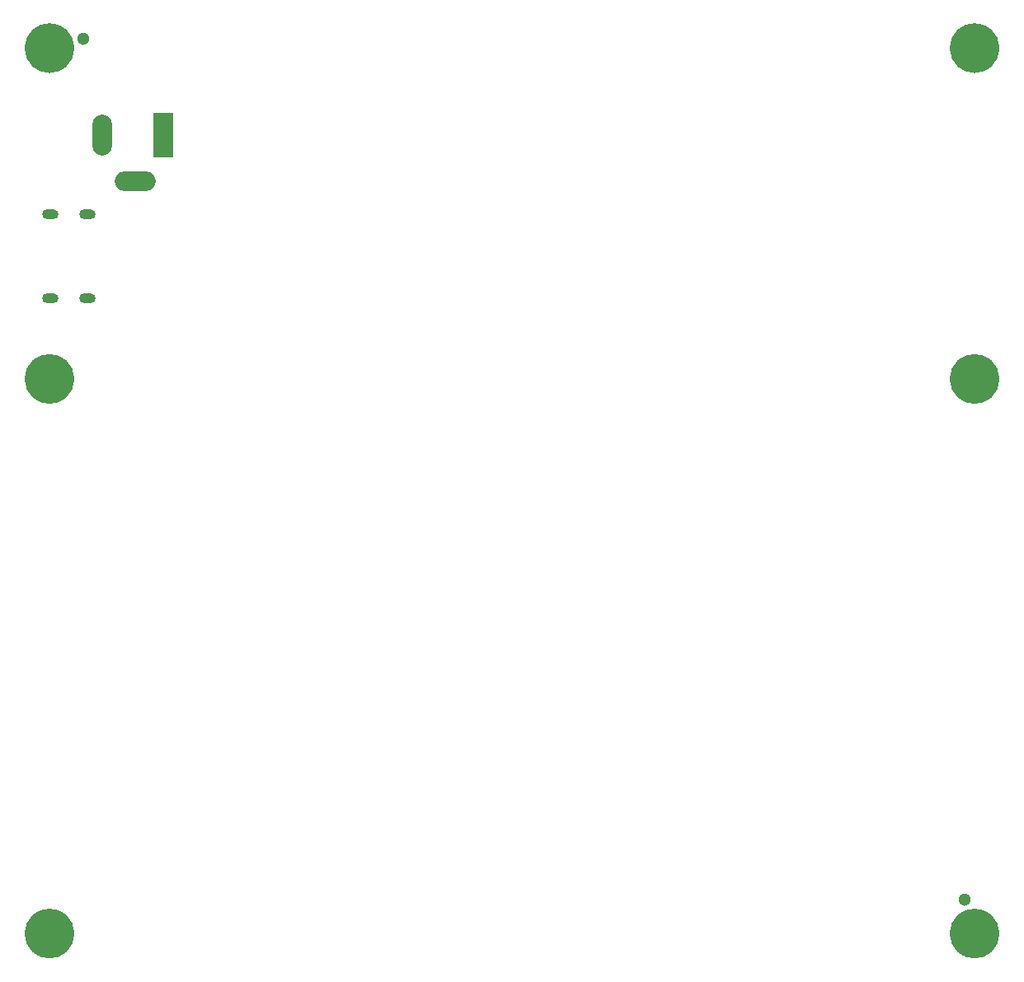
<source format=gbs>
G04 #@! TF.GenerationSoftware,KiCad,Pcbnew,9.0.1-rc2*
G04 #@! TF.CreationDate,2025-03-29T14:30:59-07:00*
G04 #@! TF.ProjectId,backlight,6261636b-6c69-4676-9874-2e6b69636164,rev?*
G04 #@! TF.SameCoordinates,Original*
G04 #@! TF.FileFunction,Soldermask,Bot*
G04 #@! TF.FilePolarity,Negative*
%FSLAX46Y46*%
G04 Gerber Fmt 4.6, Leading zero omitted, Abs format (unit mm)*
G04 Created by KiCad (PCBNEW 9.0.1-rc2) date 2025-03-29 14:30:59*
%MOMM*%
%LPD*%
G01*
G04 APERTURE LIST*
%ADD10C,2.575000*%
%ADD11O,4.200000X2.000000*%
%ADD12O,2.000000X4.200000*%
%ADD13R,2.000000X4.600000*%
%ADD14C,1.300000*%
%ADD15O,1.700000X1.000000*%
%ADD16C,2.200000*%
G04 APERTURE END LIST*
D10*
X180787500Y-88500000D02*
G75*
G02*
X178212500Y-88500000I-1287500J0D01*
G01*
X178212500Y-88500000D02*
G75*
G02*
X180787500Y-88500000I1287500J0D01*
G01*
X85787500Y-88500000D02*
G75*
G02*
X83212500Y-88500000I-1287500J0D01*
G01*
X83212500Y-88500000D02*
G75*
G02*
X85787500Y-88500000I1287500J0D01*
G01*
X85787500Y-54500000D02*
G75*
G02*
X83212500Y-54500000I-1287500J0D01*
G01*
X83212500Y-54500000D02*
G75*
G02*
X85787500Y-54500000I1287500J0D01*
G01*
X85787500Y-145500000D02*
G75*
G02*
X83212500Y-145500000I-1287500J0D01*
G01*
X83212500Y-145500000D02*
G75*
G02*
X85787500Y-145500000I1287500J0D01*
G01*
X180787500Y-145500000D02*
G75*
G02*
X178212500Y-145500000I-1287500J0D01*
G01*
X178212500Y-145500000D02*
G75*
G02*
X180787500Y-145500000I1287500J0D01*
G01*
X180787500Y-54500000D02*
G75*
G02*
X178212500Y-54500000I-1287500J0D01*
G01*
X178212500Y-54500000D02*
G75*
G02*
X180787500Y-54500000I1287500J0D01*
G01*
D11*
X93300000Y-68225001D03*
D12*
X89900000Y-63425001D03*
D13*
X96200000Y-63425001D03*
D14*
X178500000Y-142000000D03*
X88000000Y-53500000D03*
D15*
X84600000Y-80220000D03*
X88400000Y-80220000D03*
X84600000Y-71580000D03*
X88400000Y-71580000D03*
D16*
X179500000Y-88500000D03*
X84500000Y-88500000D03*
X84500000Y-54500000D03*
X84500000Y-145500000D03*
X179500000Y-145500000D03*
X179500000Y-54500000D03*
M02*

</source>
